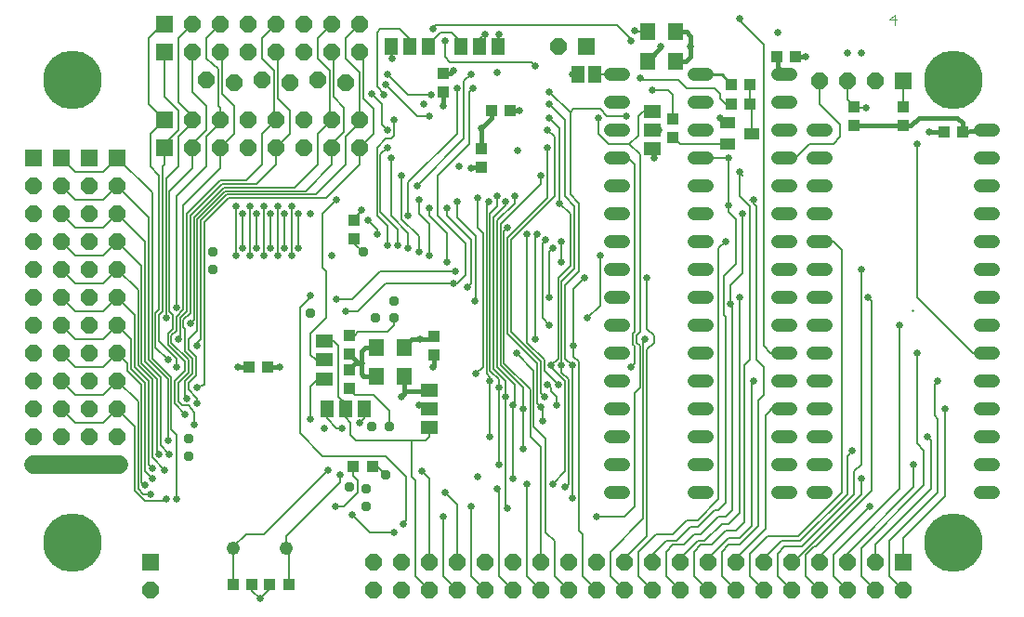
<source format=gbl>
G75*
%MOIN*%
%OFA0B0*%
%FSLAX24Y24*%
%IPPOS*%
%LPD*%
%AMOC8*
5,1,8,0,0,1.08239X$1,22.5*
%
%ADD10C,0.0030*%
%ADD11C,0.2100*%
%ADD12C,0.0480*%
%ADD13R,0.0600X0.0600*%
%ADD14OC8,0.0600*%
%ADD15R,0.0528X0.0591*%
%ADD16C,0.0480*%
%ADD17R,0.0433X0.0394*%
%ADD18OC8,0.0337*%
%ADD19R,0.0591X0.0512*%
%ADD20R,0.0394X0.0433*%
%ADD21R,0.0551X0.0394*%
%ADD22R,0.0512X0.0591*%
%ADD23R,0.0460X0.0630*%
%ADD24C,0.0258*%
%ADD25C,0.0160*%
%ADD26C,0.0050*%
%ADD27C,0.0660*%
%ADD28C,0.0100*%
D10*
X032200Y022140D02*
X032200Y022510D01*
X032015Y022325D01*
X032262Y022325D01*
D11*
X034303Y020178D03*
X034303Y003572D03*
X002697Y003572D03*
X002697Y020178D03*
D12*
X022010Y020375D02*
X022490Y020375D01*
X022010Y020375D01*
X022010Y019375D02*
X022490Y019375D01*
X022010Y019375D01*
X022010Y018375D02*
X022490Y018375D01*
X022010Y018375D01*
X022010Y017375D02*
X022490Y017375D01*
X022010Y017375D01*
X022010Y016375D02*
X022490Y016375D01*
X022010Y016375D01*
X022010Y015375D02*
X022490Y015375D01*
X022010Y015375D01*
X022010Y014375D02*
X022490Y014375D01*
X022010Y014375D01*
X022010Y013375D02*
X022490Y013375D01*
X022010Y013375D01*
X022010Y012375D02*
X022490Y012375D01*
X022010Y012375D01*
X022010Y011375D02*
X022490Y011375D01*
X022010Y011375D01*
X022010Y010375D02*
X022490Y010375D01*
X022010Y010375D01*
X022010Y009375D02*
X022490Y009375D01*
X022010Y009375D01*
X022010Y008375D02*
X022490Y008375D01*
X022010Y008375D01*
X022010Y007375D02*
X022490Y007375D01*
X022010Y007375D01*
X022010Y006375D02*
X022490Y006375D01*
X022010Y006375D01*
X022010Y005375D02*
X022490Y005375D01*
X022010Y005375D01*
X025010Y005375D02*
X025490Y005375D01*
X025490Y006375D02*
X025010Y006375D01*
X025010Y007375D02*
X025490Y007375D01*
X025490Y008375D02*
X025010Y008375D01*
X025010Y009375D02*
X025490Y009375D01*
X025490Y010375D02*
X025010Y010375D01*
X025010Y011375D02*
X025490Y011375D01*
X025490Y012375D02*
X025010Y012375D01*
X025010Y013375D02*
X025490Y013375D01*
X025490Y014375D02*
X025010Y014375D01*
X025010Y015375D02*
X025490Y015375D01*
X025490Y016375D02*
X025010Y016375D01*
X025010Y017375D02*
X025490Y017375D01*
X025490Y018375D02*
X025010Y018375D01*
X025010Y019375D02*
X025490Y019375D01*
X025490Y020375D02*
X025010Y020375D01*
X028010Y020375D02*
X028490Y020375D01*
X028490Y019375D02*
X028010Y019375D01*
X028010Y018375D02*
X028490Y018375D01*
X029260Y018375D02*
X029740Y018375D01*
X029740Y017375D02*
X029260Y017375D01*
X028490Y017375D02*
X028010Y017375D01*
X028010Y016375D02*
X028490Y016375D01*
X029260Y016375D02*
X029740Y016375D01*
X029740Y015375D02*
X029260Y015375D01*
X028490Y015375D02*
X028010Y015375D01*
X028010Y014375D02*
X028490Y014375D01*
X029260Y014375D02*
X029740Y014375D01*
X029740Y013375D02*
X029260Y013375D01*
X028490Y013375D02*
X028010Y013375D01*
X028010Y012375D02*
X028490Y012375D01*
X029260Y012375D02*
X029740Y012375D01*
X029740Y011375D02*
X029260Y011375D01*
X028490Y011375D02*
X028010Y011375D01*
X028010Y010375D02*
X028490Y010375D01*
X029260Y010375D02*
X029740Y010375D01*
X029740Y009375D02*
X029260Y009375D01*
X028490Y009375D02*
X028010Y009375D01*
X028010Y008375D02*
X028490Y008375D01*
X029260Y008375D02*
X029740Y008375D01*
X029740Y007375D02*
X029260Y007375D01*
X028490Y007375D02*
X028010Y007375D01*
X028010Y006375D02*
X028490Y006375D01*
X029260Y006375D02*
X029740Y006375D01*
X029740Y005375D02*
X029260Y005375D01*
X028490Y005375D02*
X028010Y005375D01*
X035260Y005375D02*
X035740Y005375D01*
X035740Y006375D02*
X035260Y006375D01*
X035260Y007375D02*
X035740Y007375D01*
X035740Y008375D02*
X035260Y008375D01*
X035260Y009375D02*
X035740Y009375D01*
X035740Y010375D02*
X035260Y010375D01*
X035260Y011375D02*
X035740Y011375D01*
X035740Y012375D02*
X035260Y012375D01*
X035260Y013375D02*
X035740Y013375D01*
X035740Y014375D02*
X035260Y014375D01*
X035260Y015375D02*
X035740Y015375D01*
X035740Y016375D02*
X035260Y016375D01*
X035260Y017375D02*
X035740Y017375D01*
X035740Y018375D02*
X035260Y018375D01*
D13*
X032500Y020125D03*
X021125Y021375D03*
X006000Y021188D03*
X006000Y022188D03*
X006000Y018750D03*
X006000Y017750D03*
X004313Y017375D03*
X003313Y017375D03*
X002313Y017375D03*
X001313Y017375D03*
X005500Y002875D03*
X032500Y002875D03*
D14*
X005500Y001875D03*
X004313Y006375D03*
X003313Y006375D03*
X002313Y006375D03*
X001313Y006375D03*
X001313Y007375D03*
X002313Y007375D03*
X003313Y007375D03*
X004313Y007375D03*
X004313Y008375D03*
X003313Y008375D03*
X002313Y008375D03*
X001313Y008375D03*
X001313Y009375D03*
X002313Y009375D03*
X003313Y009375D03*
X004313Y009375D03*
X004313Y010375D03*
X003313Y010375D03*
X002313Y010375D03*
X001313Y010375D03*
X001313Y011375D03*
X002313Y011375D03*
X003313Y011375D03*
X004313Y011375D03*
X004313Y012375D03*
X003313Y012375D03*
X002313Y012375D03*
X001313Y012375D03*
X001313Y013375D03*
X002313Y013375D03*
X003313Y013375D03*
X004313Y013375D03*
X004313Y014375D03*
X003313Y014375D03*
X002313Y014375D03*
X001313Y014375D03*
X001313Y015375D03*
X002313Y015375D03*
X003313Y015375D03*
X004313Y015375D03*
X004313Y016375D03*
X003313Y016375D03*
X002313Y016375D03*
X001313Y016375D03*
X007000Y017750D03*
X008000Y017750D03*
X009000Y017750D03*
X010000Y017750D03*
X011000Y017750D03*
X012000Y017750D03*
X013000Y017750D03*
X013000Y018750D03*
X012000Y018750D03*
X011000Y018750D03*
X010000Y018750D03*
X009000Y018750D03*
X008000Y018750D03*
X007000Y018750D03*
X007500Y020188D03*
X008500Y020063D03*
X009500Y020188D03*
X010500Y020063D03*
X011500Y020188D03*
X012500Y020063D03*
X012000Y021188D03*
X011000Y021188D03*
X010000Y021188D03*
X009000Y021188D03*
X008000Y021188D03*
X007000Y021188D03*
X007000Y022188D03*
X008000Y022188D03*
X009000Y022188D03*
X010000Y022188D03*
X011000Y022188D03*
X012000Y022188D03*
X013000Y022188D03*
X013000Y021188D03*
X020125Y021375D03*
X029500Y020125D03*
X030500Y020125D03*
X031500Y020125D03*
X031500Y002875D03*
X030500Y002875D03*
X029500Y002875D03*
X028500Y002875D03*
X027500Y002875D03*
X026500Y002875D03*
X025500Y002875D03*
X024500Y002875D03*
X023500Y002875D03*
X022500Y002875D03*
X021500Y002875D03*
X020500Y002875D03*
X019500Y002875D03*
X018500Y002875D03*
X017500Y002875D03*
X016500Y002875D03*
X015500Y002875D03*
X014500Y002875D03*
X013500Y002875D03*
X013500Y001875D03*
X014500Y001875D03*
X015500Y001875D03*
X016500Y001875D03*
X017500Y001875D03*
X018500Y001875D03*
X019500Y001875D03*
X020500Y001875D03*
X021500Y001875D03*
X022500Y001875D03*
X023500Y001875D03*
X024500Y001875D03*
X025500Y001875D03*
X026500Y001875D03*
X027500Y001875D03*
X028500Y001875D03*
X029500Y001875D03*
X030500Y001875D03*
X031500Y001875D03*
X032500Y001875D03*
D15*
X014603Y009546D03*
X013603Y009546D03*
X013603Y010589D03*
X014603Y010589D03*
X023334Y020848D03*
X024334Y020848D03*
X024334Y021892D03*
X023334Y021892D03*
D16*
X010388Y003375D03*
X008488Y003375D03*
D17*
X008478Y002063D03*
X009147Y002063D03*
X009790Y002063D03*
X010460Y002063D03*
X012625Y009103D03*
X012625Y009772D03*
X012625Y010353D03*
X012625Y011022D03*
X009710Y009875D03*
X009040Y009875D03*
X012813Y014478D03*
X012813Y015147D03*
X017728Y019063D03*
X018397Y019063D03*
X024250Y018772D03*
X024250Y018103D03*
X026353Y019313D03*
X027022Y019313D03*
X027978Y021000D03*
X028647Y021000D03*
X030750Y019210D03*
X030750Y018540D03*
X032500Y018540D03*
X032500Y019210D03*
X033978Y018313D03*
X034647Y018313D03*
D18*
X014250Y012250D03*
X014250Y011625D03*
X013563Y011625D03*
X011250Y011813D03*
X013125Y014000D03*
X007750Y014000D03*
X007750Y013375D03*
X013438Y007750D03*
X014063Y007750D03*
X013938Y006000D03*
X013250Y005500D03*
X012625Y005563D03*
X013250Y004875D03*
X006875Y006688D03*
X006875Y007313D03*
D19*
X011750Y009456D03*
X011750Y010125D03*
X011750Y010794D03*
X015500Y009044D03*
X015500Y008375D03*
X015500Y007706D03*
X023500Y017706D03*
X023500Y018375D03*
X023500Y019044D03*
D20*
X026353Y020000D03*
X027022Y020000D03*
X017375Y017710D03*
X017375Y017040D03*
X016000Y019728D03*
X016000Y020397D03*
X015688Y010960D03*
X015688Y010290D03*
X013460Y006313D03*
X012790Y006313D03*
D21*
X026192Y017876D03*
X027058Y018250D03*
X026192Y018624D03*
D22*
X017982Y021375D03*
X017313Y021375D03*
X016643Y021375D03*
X015482Y021375D03*
X014813Y021375D03*
X014143Y021375D03*
X013169Y008375D03*
X012500Y008375D03*
X011831Y008375D03*
D23*
X020825Y020375D03*
X021425Y020375D03*
D24*
X020625Y020375D03*
X019813Y019750D03*
X019813Y019313D03*
X019813Y018813D03*
X019750Y018375D03*
X019750Y017750D03*
X018688Y017625D03*
X019500Y016750D03*
X018563Y016000D03*
X018250Y015813D03*
X017938Y016000D03*
X017625Y015813D03*
X017250Y015938D03*
X016500Y015813D03*
X016125Y015563D03*
X015500Y015563D03*
X015125Y015875D03*
X015063Y016375D03*
X014500Y016750D03*
X014125Y017375D03*
X014000Y017750D03*
X014000Y018375D03*
X014250Y018750D03*
X015313Y019313D03*
X015563Y019625D03*
X016000Y019250D03*
X015500Y018875D03*
X016500Y019875D03*
X017063Y019875D03*
X017000Y020375D03*
X016375Y020500D03*
X016063Y021563D03*
X015625Y022000D03*
X014188Y020938D03*
X014000Y020375D03*
X013938Y020000D03*
X013875Y019625D03*
X013438Y019688D03*
X017375Y018438D03*
X018750Y019063D03*
X017938Y020438D03*
X019313Y020688D03*
X018000Y021813D03*
X017500Y021813D03*
X021563Y018813D03*
X022563Y018875D03*
X023750Y018375D03*
X023563Y017375D03*
X026250Y017375D03*
X026625Y016875D03*
X027125Y015875D03*
X026750Y015375D03*
X026250Y015688D03*
X026125Y014375D03*
X023313Y013063D03*
X021625Y013875D03*
X021063Y013063D03*
X020250Y013625D03*
X019938Y014125D03*
X020250Y014375D03*
X019688Y014438D03*
X019375Y014625D03*
X019000Y014625D03*
X018313Y014875D03*
X020188Y015750D03*
X017000Y017000D03*
X016563Y017063D03*
X014750Y015313D03*
X013625Y014625D03*
X014000Y014250D03*
X014375Y014250D03*
X014750Y014125D03*
X015125Y014000D03*
X015500Y013875D03*
X016125Y013625D03*
X016438Y013313D03*
X016375Y012875D03*
X016875Y012750D03*
X017125Y012250D03*
X015188Y010875D03*
X015625Y009875D03*
X017188Y009625D03*
X017688Y009375D03*
X018000Y009125D03*
X018250Y008813D03*
X018500Y008500D03*
X018875Y008375D03*
X019500Y008438D03*
X019625Y008813D03*
X019750Y009250D03*
X020125Y009250D03*
X020250Y009938D03*
X019875Y009938D03*
X020625Y009938D03*
X020688Y010625D03*
X019813Y011375D03*
X019313Y010875D03*
X018625Y010375D03*
X021188Y011625D03*
X019813Y012375D03*
X023250Y010875D03*
X022750Y009875D03*
X020063Y008500D03*
X019563Y007938D03*
X018875Y006938D03*
X018000Y006375D03*
X018500Y005875D03*
X019000Y005688D03*
X019938Y005688D03*
X020375Y005563D03*
X020625Y005188D03*
X021500Y004500D03*
X018313Y004813D03*
X017938Y005500D03*
X017250Y005938D03*
X016063Y005375D03*
X017000Y004875D03*
X016000Y004500D03*
X014563Y004250D03*
X014250Y003938D03*
X012750Y004563D03*
X012125Y004875D03*
X012313Y006000D03*
X011875Y006188D03*
X011750Y007688D03*
X011250Y008000D03*
X012375Y007688D03*
X013000Y007875D03*
X014500Y008813D03*
X015125Y008500D03*
X013063Y010000D03*
X012500Y011875D03*
X012188Y012313D03*
X011250Y012438D03*
X010563Y013875D03*
X010813Y014125D03*
X010313Y014125D03*
X010063Y013875D03*
X009813Y014125D03*
X009563Y013875D03*
X009313Y014125D03*
X009063Y013875D03*
X008813Y014125D03*
X008563Y013875D03*
X008813Y015375D03*
X009063Y015625D03*
X009313Y015375D03*
X009563Y015625D03*
X009813Y015375D03*
X010063Y015625D03*
X010313Y015375D03*
X010563Y015625D03*
X010813Y015375D03*
X011250Y015375D03*
X012188Y015875D03*
X013063Y015500D03*
X013313Y015125D03*
X012000Y013875D03*
X008563Y015625D03*
X006438Y012000D03*
X006063Y011625D03*
X006938Y011438D03*
X006500Y010875D03*
X007188Y010625D03*
X006438Y009875D03*
X006125Y010125D03*
X007188Y009125D03*
X006813Y008750D03*
X007188Y008563D03*
X006750Y008188D03*
X007063Y007813D03*
X006125Y007250D03*
X006188Y006750D03*
X005813Y006750D03*
X005563Y006250D03*
X005563Y005875D03*
X005313Y005625D03*
X005500Y005313D03*
X006063Y005125D03*
X006438Y005125D03*
X006000Y006188D03*
X008625Y009875D03*
X010125Y009875D03*
X015250Y006125D03*
X017688Y007375D03*
X026313Y012125D03*
X026625Y012375D03*
X031000Y013375D03*
X031250Y012375D03*
X032375Y011375D03*
X033000Y010375D03*
X033750Y009375D03*
X034000Y008375D03*
X033375Y007375D03*
X032875Y006375D03*
X031000Y005875D03*
X030688Y006875D03*
X031313Y004875D03*
X027125Y009375D03*
X033000Y017875D03*
X033438Y018313D03*
X031188Y019188D03*
X031000Y021125D03*
X030500Y021125D03*
X029000Y021000D03*
X028000Y021875D03*
X026625Y022375D03*
X024875Y021375D03*
X023813Y021375D03*
X022750Y021563D03*
X022875Y021938D03*
X023063Y020250D03*
X023500Y019813D03*
X025938Y018813D03*
X009438Y001563D03*
D25*
X015500Y008375D02*
X015375Y008500D01*
X015125Y008500D01*
X014603Y008916D02*
X014603Y009019D01*
X014603Y009546D01*
X014603Y009019D02*
X015474Y009019D01*
X014603Y008916D02*
X014500Y008813D01*
X013603Y009546D02*
X013142Y009546D01*
X013063Y009625D01*
X013063Y010000D01*
X012853Y010000D01*
X012625Y009772D01*
X012978Y010000D02*
X013063Y010000D01*
X013063Y010438D01*
X013214Y010589D01*
X013603Y010589D01*
X012978Y010000D02*
X012625Y010353D01*
X014603Y010589D02*
X014889Y010875D01*
X015188Y010875D01*
X015603Y010875D01*
X015688Y010960D01*
X015688Y010290D02*
X015688Y009938D01*
X015625Y009875D01*
X010125Y009875D02*
X009710Y009875D01*
X009040Y009875D02*
X008625Y009875D01*
X017000Y017000D02*
X017000Y017040D01*
X017375Y017040D01*
X017375Y017710D02*
X017375Y018438D01*
X017728Y018790D01*
X017728Y019063D01*
X018397Y019063D02*
X018750Y019063D01*
X016375Y020500D02*
X016272Y020397D01*
X016000Y020397D01*
X016000Y019728D02*
X016000Y019250D01*
X023334Y020848D02*
X023813Y021327D01*
X023813Y021375D01*
X024334Y020848D02*
X024723Y020848D01*
X024875Y021000D01*
X024875Y021375D01*
X024875Y021750D01*
X024733Y021892D01*
X024334Y021892D01*
X024875Y021563D02*
X024875Y021375D01*
X024875Y021188D01*
X028000Y021000D02*
X028000Y020625D01*
X028250Y020375D01*
X028647Y021000D02*
X029000Y021000D01*
X030750Y018540D02*
X032500Y018540D01*
X032790Y018540D01*
X033063Y018813D01*
X034438Y018813D01*
X034625Y018625D01*
X034625Y018397D01*
X034647Y018313D01*
X035500Y018375D01*
X033978Y018313D02*
X033438Y018313D01*
D26*
X033000Y017875D02*
X033000Y012375D01*
X035000Y010375D01*
X035500Y010375D01*
X033750Y009375D02*
X033625Y009250D01*
X033625Y008125D01*
X033750Y008000D01*
X033750Y005375D01*
X032000Y003625D01*
X032000Y002375D01*
X032500Y001875D01*
X031500Y001875D02*
X031000Y002375D01*
X031000Y003375D01*
X033250Y005625D01*
X033250Y006875D01*
X033000Y007125D01*
X033000Y010375D01*
X032375Y011375D02*
X032375Y005500D01*
X030000Y003125D01*
X030000Y002375D01*
X030500Y001875D01*
X029500Y001875D02*
X029000Y002375D01*
X029000Y003125D01*
X029313Y003438D01*
X029375Y003438D01*
X031375Y005438D01*
X031375Y012250D01*
X031250Y012375D01*
X031000Y013375D02*
X031000Y006375D01*
X030750Y006125D01*
X030750Y005313D01*
X028875Y003438D01*
X028250Y003438D01*
X028000Y003188D01*
X028000Y002375D01*
X028500Y001875D01*
X027500Y001875D02*
X027000Y002375D01*
X027000Y003188D01*
X027625Y003813D01*
X028750Y003813D01*
X030313Y005375D01*
X030313Y014063D01*
X030000Y014375D01*
X029500Y014375D01*
X027250Y015625D02*
X027125Y015750D01*
X027125Y015875D01*
X027000Y015875D01*
X027000Y015625D02*
X026625Y016000D01*
X026625Y016875D01*
X026750Y016750D01*
X026250Y017375D02*
X026250Y015688D01*
X026250Y015438D01*
X026500Y015188D01*
X026500Y013563D01*
X026063Y013125D01*
X026063Y011750D01*
X026125Y011688D01*
X026125Y005000D01*
X025875Y004750D01*
X025750Y004750D01*
X025125Y004125D01*
X024875Y004125D01*
X024375Y003625D01*
X024000Y003625D01*
X023500Y003125D01*
X023500Y002875D01*
X024000Y003250D02*
X024250Y003500D01*
X024625Y003500D01*
X025000Y003875D01*
X025250Y003875D01*
X025875Y004500D01*
X026125Y004500D01*
X026375Y004750D01*
X026375Y012063D01*
X026313Y012125D01*
X026313Y012813D01*
X026750Y013250D01*
X026750Y015375D01*
X027000Y015625D02*
X027000Y010125D01*
X026813Y009938D01*
X026813Y004313D01*
X026500Y004000D01*
X026125Y004000D01*
X025625Y003500D01*
X025250Y003500D01*
X025000Y003250D01*
X025000Y002375D01*
X025500Y001875D01*
X026000Y002375D02*
X026000Y003250D01*
X026250Y003500D01*
X026625Y003500D01*
X027313Y004188D01*
X027313Y008688D01*
X027500Y008875D01*
X027500Y009875D01*
X027250Y010125D01*
X027250Y015625D01*
X026125Y014375D02*
X025875Y014125D01*
X025875Y005125D01*
X025125Y004375D01*
X024750Y004375D01*
X024250Y003875D01*
X023625Y003875D01*
X023000Y003250D01*
X023000Y002375D01*
X023500Y001875D01*
X024000Y002375D02*
X024500Y001875D01*
X024000Y002375D02*
X024000Y003250D01*
X024500Y003000D02*
X025125Y003625D01*
X025375Y003625D01*
X026000Y004250D01*
X026250Y004250D01*
X026625Y004625D01*
X026625Y012375D01*
X027500Y010625D02*
X027500Y021438D01*
X026625Y022313D01*
X026625Y022375D01*
X023334Y021892D02*
X022921Y021892D01*
X022875Y021938D01*
X022750Y021625D02*
X022250Y022125D01*
X015750Y022125D01*
X015625Y022000D01*
X015919Y021875D02*
X015482Y021438D01*
X015482Y021375D01*
X016063Y021563D02*
X016063Y021000D01*
X016250Y020813D01*
X019188Y020813D01*
X019313Y020688D01*
X020625Y020375D02*
X020825Y020375D01*
X021425Y020375D02*
X022250Y020375D01*
X023063Y020250D02*
X023125Y020188D01*
X024438Y020188D01*
X024750Y019875D01*
X025750Y019875D01*
X025938Y019688D01*
X025938Y019500D01*
X026125Y019313D01*
X026353Y019313D01*
X025938Y018813D02*
X026126Y018624D01*
X026192Y018624D01*
X027058Y018250D02*
X027058Y019277D01*
X027022Y019313D01*
X027022Y020000D01*
X029500Y020125D02*
X029500Y019313D01*
X030250Y018563D01*
X030250Y018125D01*
X030000Y017875D01*
X029125Y017875D01*
X028625Y017375D01*
X028250Y017375D01*
X026378Y017875D02*
X026192Y017876D01*
X026378Y017875D02*
X024500Y017875D01*
X024272Y018103D01*
X024250Y018103D01*
X023750Y018375D02*
X023500Y018375D01*
X023000Y018188D02*
X022688Y017875D01*
X021938Y017875D01*
X021563Y018250D01*
X021563Y018813D01*
X021875Y018875D02*
X021625Y019125D01*
X020688Y019125D01*
X020563Y019000D01*
X019813Y019750D01*
X019813Y019313D02*
X020375Y018750D01*
X020375Y016000D01*
X020719Y015656D01*
X020719Y013406D01*
X020250Y012938D01*
X020250Y009938D01*
X020250Y009688D01*
X020500Y009438D01*
X020500Y005688D01*
X020375Y005563D01*
X020625Y005188D02*
X020625Y009938D01*
X020375Y010188D01*
X020375Y012813D01*
X020875Y013313D01*
X020875Y015750D01*
X020563Y016063D01*
X020563Y019000D01*
X020188Y018438D02*
X019813Y018813D01*
X019750Y018375D02*
X020000Y018125D01*
X020000Y016000D01*
X018438Y014438D01*
X018438Y011125D01*
X019500Y010063D01*
X019500Y008938D01*
X019625Y008813D01*
X019875Y009000D02*
X020063Y008813D01*
X020063Y008500D01*
X019563Y008375D02*
X019500Y008438D01*
X019375Y008563D01*
X019375Y010000D01*
X018313Y011063D01*
X018313Y014500D01*
X019750Y015938D01*
X019750Y017750D01*
X020188Y018438D02*
X020188Y015750D01*
X020563Y015375D01*
X020563Y013500D01*
X020125Y013063D01*
X020125Y010188D01*
X019875Y009938D01*
X019875Y009875D01*
X020375Y009375D01*
X020375Y006125D01*
X019938Y005688D01*
X019000Y005688D02*
X019000Y002375D01*
X019500Y001875D01*
X020000Y002375D02*
X020000Y003625D01*
X019688Y003938D01*
X019688Y007313D01*
X019250Y007750D01*
X019250Y009750D01*
X018625Y010375D01*
X019000Y010750D02*
X019000Y014625D01*
X019313Y014563D02*
X019375Y014625D01*
X019313Y014563D02*
X019313Y010875D01*
X019000Y010750D02*
X019625Y010125D01*
X019625Y009750D01*
X020125Y009250D01*
X019875Y009125D02*
X019875Y009000D01*
X019875Y009125D02*
X019750Y009250D01*
X019125Y009063D02*
X018188Y010000D01*
X018188Y014750D01*
X018313Y014875D01*
X018063Y015000D02*
X018063Y009938D01*
X018875Y009125D01*
X018875Y008375D01*
X018875Y006938D01*
X019125Y007375D02*
X019125Y009063D01*
X018563Y009250D02*
X018563Y008563D01*
X018500Y008500D01*
X018500Y005875D01*
X018000Y005438D02*
X017938Y005500D01*
X018000Y005438D02*
X018000Y002375D01*
X018500Y001875D01*
X017500Y001875D02*
X017000Y002375D01*
X017000Y004875D01*
X016500Y004938D02*
X016063Y005375D01*
X016500Y004938D02*
X016500Y002875D01*
X016000Y002375D02*
X016500Y001875D01*
X016000Y002375D02*
X016000Y004500D01*
X014688Y004375D02*
X014563Y004250D01*
X014688Y004375D02*
X014688Y005938D01*
X013938Y006688D01*
X011688Y006688D01*
X010875Y007500D01*
X010875Y012000D01*
X011250Y012375D01*
X011250Y012438D01*
X012188Y012313D02*
X012750Y012313D01*
X013750Y013313D01*
X016438Y013313D01*
X016813Y013188D02*
X016813Y014313D01*
X015813Y015313D01*
X015813Y016750D01*
X016938Y017875D01*
X016938Y019750D01*
X017063Y019875D01*
X016750Y020125D02*
X016750Y018063D01*
X015063Y016375D01*
X014750Y016500D02*
X014750Y015313D01*
X014500Y015188D02*
X015125Y014563D01*
X015125Y014000D01*
X014750Y014125D02*
X014750Y014688D01*
X014125Y015313D01*
X014125Y017375D01*
X013750Y017500D02*
X013750Y015438D01*
X014375Y014813D01*
X014375Y014250D01*
X014000Y014250D02*
X014000Y014938D01*
X013625Y015313D01*
X013625Y017750D01*
X013938Y018063D01*
X014125Y018063D01*
X014250Y018188D01*
X014250Y018750D01*
X014000Y018375D02*
X013813Y018563D01*
X013813Y019313D01*
X013438Y019688D01*
X013625Y019938D02*
X013625Y021875D01*
X013750Y022000D01*
X014438Y022000D01*
X014813Y021625D01*
X014813Y021375D01*
X014143Y021375D02*
X014143Y020982D01*
X014188Y020938D01*
X014000Y020375D02*
X014750Y019625D01*
X015563Y019625D01*
X015500Y018875D02*
X015063Y018875D01*
X013938Y020000D01*
X013875Y019688D02*
X013625Y019938D01*
X013875Y019688D02*
X013875Y019625D01*
X013500Y019125D02*
X013125Y019500D01*
X013125Y021063D01*
X013000Y021188D01*
X012500Y020938D02*
X012500Y021688D01*
X013000Y022188D01*
X012000Y022188D02*
X011500Y021688D01*
X011500Y020938D01*
X011938Y020500D01*
X011938Y018813D01*
X012000Y018750D01*
X011500Y018250D01*
X011500Y017125D01*
X010688Y016313D01*
X008125Y016313D01*
X007063Y015250D01*
X007063Y011563D01*
X006938Y011438D01*
X006750Y011250D02*
X006688Y011313D01*
X006688Y011563D01*
X006938Y011813D01*
X006938Y015313D01*
X008063Y016438D01*
X009313Y016438D01*
X010000Y017125D01*
X010000Y017750D01*
X010500Y018250D01*
X010500Y019063D01*
X010063Y019500D01*
X010063Y021125D01*
X010000Y021188D01*
X009500Y020938D02*
X009500Y021688D01*
X010000Y022188D01*
X009500Y020938D02*
X009938Y020500D01*
X009938Y018813D01*
X010000Y018750D01*
X009500Y018250D01*
X009500Y017125D01*
X008938Y016563D01*
X008000Y016563D01*
X006813Y015375D01*
X006813Y011875D01*
X006563Y011625D01*
X006563Y010938D01*
X006500Y010875D01*
X006250Y010750D02*
X006875Y010125D01*
X006875Y009688D01*
X006500Y009313D01*
X006500Y008625D01*
X006625Y008500D01*
X006875Y008500D01*
X007063Y008250D01*
X007063Y007813D01*
X006750Y008188D02*
X006375Y008563D01*
X006375Y009375D01*
X006750Y009750D01*
X006750Y010063D01*
X006125Y010688D01*
X006125Y011063D01*
X006313Y011250D01*
X006313Y011750D01*
X006188Y011875D01*
X006188Y016188D01*
X007000Y017000D01*
X007000Y017750D01*
X007000Y017875D01*
X007500Y018375D01*
X007500Y019250D01*
X007000Y019750D01*
X007000Y021188D01*
X007500Y020938D02*
X007500Y021688D01*
X008000Y022188D01*
X007000Y022188D02*
X006500Y021688D01*
X006500Y019375D01*
X007000Y018875D01*
X007000Y018750D01*
X007000Y018625D01*
X006500Y018125D01*
X006500Y017063D01*
X006063Y016625D01*
X006063Y011625D01*
X005938Y011875D02*
X005938Y017063D01*
X006000Y017125D01*
X006000Y017750D01*
X006000Y017875D01*
X006500Y018375D01*
X006500Y019063D01*
X006000Y019563D01*
X006000Y021188D01*
X005438Y021688D02*
X005938Y022188D01*
X006000Y022188D01*
X005438Y021688D02*
X005438Y019313D01*
X006000Y018750D01*
X005500Y018250D01*
X005500Y017063D01*
X005813Y016750D01*
X005813Y011938D01*
X005688Y011813D01*
X005688Y010563D01*
X006125Y010125D01*
X006438Y010188D02*
X006438Y009875D01*
X006438Y010188D02*
X005813Y010813D01*
X005813Y011750D01*
X005938Y011875D01*
X006438Y012000D02*
X006438Y016000D01*
X007500Y017063D01*
X007500Y018125D01*
X008000Y018625D01*
X008000Y018750D01*
X008000Y019188D01*
X007938Y019250D01*
X007938Y020563D01*
X007500Y020938D01*
X008000Y021188D02*
X008063Y021125D01*
X008063Y019688D01*
X008500Y019250D01*
X008500Y018250D01*
X008000Y017750D01*
X008000Y017000D01*
X006688Y015688D01*
X006688Y011938D01*
X006438Y011688D01*
X006438Y011188D01*
X006250Y011000D01*
X006250Y010750D01*
X006750Y010438D02*
X007000Y010188D01*
X007000Y009625D01*
X006750Y009375D01*
X006750Y008813D01*
X006813Y008750D01*
X006875Y009063D02*
X006875Y009313D01*
X007125Y009563D01*
X007125Y010250D01*
X006875Y010500D01*
X006875Y010875D01*
X007188Y011188D01*
X007188Y015188D01*
X008188Y016188D01*
X011063Y016188D01*
X012000Y017125D01*
X012000Y017750D01*
X012000Y017875D01*
X012438Y018313D01*
X012438Y019188D01*
X012063Y019563D01*
X012063Y021125D01*
X012000Y021188D01*
X012500Y020938D02*
X013000Y020438D01*
X013000Y018750D01*
X013000Y018625D01*
X012500Y018125D01*
X012500Y017125D01*
X011438Y016063D01*
X008250Y016063D01*
X007313Y015125D01*
X007313Y010875D01*
X007188Y010750D01*
X007188Y010625D01*
X006750Y010438D02*
X006750Y011250D01*
X005563Y010188D02*
X005563Y016125D01*
X004313Y017375D01*
X003813Y016875D01*
X002813Y016875D01*
X002313Y017375D01*
X002313Y016375D02*
X002813Y015875D01*
X003813Y015875D01*
X004313Y016375D01*
X005438Y015250D01*
X005438Y010125D01*
X006125Y009438D01*
X006125Y007250D01*
X005875Y007063D02*
X005875Y009500D01*
X005313Y010063D01*
X005313Y014375D01*
X004313Y015375D01*
X003813Y014875D01*
X002813Y014875D01*
X002313Y015375D01*
X002313Y014375D02*
X002813Y013875D01*
X003813Y013875D01*
X004313Y014375D01*
X005188Y013500D01*
X005188Y010000D01*
X005750Y009438D01*
X005750Y006813D01*
X005813Y006750D01*
X005563Y006625D02*
X005563Y009438D01*
X005063Y009938D01*
X005063Y012625D01*
X004313Y013375D01*
X003813Y012875D01*
X002813Y012875D01*
X002313Y013375D01*
X002313Y012375D02*
X002813Y011875D01*
X003813Y011875D01*
X004313Y012375D01*
X004938Y011750D01*
X004938Y009875D01*
X005438Y009375D01*
X005438Y006375D01*
X005563Y006250D01*
X005313Y006125D02*
X005313Y009313D01*
X004813Y009813D01*
X004813Y010875D01*
X004313Y011375D01*
X003813Y010875D01*
X002813Y010875D01*
X002313Y011375D01*
X002313Y010375D02*
X002813Y009875D01*
X003813Y009875D01*
X004313Y010375D01*
X004688Y010000D01*
X004688Y009750D01*
X005188Y009250D01*
X005188Y005750D01*
X005313Y005625D01*
X005063Y005500D02*
X005250Y005313D01*
X005500Y005313D01*
X005313Y005063D02*
X004938Y005438D01*
X004938Y007750D01*
X004313Y008375D01*
X003813Y007875D01*
X002813Y007875D01*
X002313Y008375D01*
X002813Y008875D02*
X003813Y008875D01*
X004313Y009375D01*
X005063Y008625D01*
X005063Y005500D01*
X005313Y005063D02*
X006000Y005063D01*
X006063Y005125D01*
X006438Y005125D02*
X006438Y007438D01*
X006250Y007625D01*
X006250Y009500D01*
X005563Y010188D01*
X006875Y009063D02*
X007188Y008750D01*
X007188Y008563D01*
X007188Y009125D02*
X007438Y009250D01*
X007438Y015063D01*
X008313Y015938D01*
X011813Y015938D01*
X013000Y017125D01*
X013000Y017750D01*
X013500Y018250D01*
X013500Y019125D01*
X015125Y018875D02*
X015500Y018875D01*
X016500Y018250D02*
X016500Y019875D01*
X016750Y020125D02*
X017000Y020375D01*
X017313Y021375D02*
X017313Y021625D01*
X017500Y021813D01*
X017982Y021794D02*
X017982Y021375D01*
X017982Y021794D02*
X018000Y021813D01*
X016643Y021544D02*
X016643Y021375D01*
X016643Y021544D02*
X016313Y021875D01*
X015919Y021875D01*
X016500Y018250D02*
X014750Y016500D01*
X014500Y016750D02*
X014500Y015188D01*
X015125Y015375D02*
X015500Y015000D01*
X015500Y013875D01*
X016125Y013625D02*
X016125Y014688D01*
X015500Y015313D01*
X015500Y015563D01*
X015125Y015375D02*
X015125Y015875D01*
X016125Y015563D02*
X016125Y015313D01*
X017000Y014438D01*
X017000Y012875D01*
X016875Y012750D01*
X016500Y012875D02*
X016375Y012875D01*
X013938Y012875D01*
X012938Y011875D01*
X012500Y011875D01*
X011813Y011625D02*
X011250Y011063D01*
X011250Y010313D01*
X011438Y010125D01*
X011750Y010125D01*
X011750Y010794D02*
X012081Y010794D01*
X012250Y010625D01*
X012250Y008813D01*
X012500Y008563D01*
X012500Y008375D01*
X012500Y008063D01*
X012688Y007875D01*
X012688Y007438D01*
X012875Y007250D01*
X014875Y007250D01*
X014875Y005938D01*
X015000Y005813D01*
X015000Y002375D01*
X015500Y001875D01*
X015500Y002875D02*
X015500Y005875D01*
X015250Y006125D01*
X015375Y007250D02*
X014875Y007250D01*
X015375Y007250D02*
X015500Y007375D01*
X015500Y007706D01*
X014063Y007750D02*
X014063Y008313D01*
X013500Y008875D01*
X012853Y008875D01*
X012625Y009103D01*
X013169Y008375D02*
X013169Y008044D01*
X013000Y007875D01*
X012375Y007688D02*
X012188Y007688D01*
X011831Y008044D01*
X011831Y008375D01*
X011250Y008000D02*
X011250Y009188D01*
X011518Y009456D01*
X011750Y009456D01*
X012625Y011022D02*
X012835Y011022D01*
X012938Y011125D01*
X014000Y011125D01*
X014250Y011375D01*
X014250Y011625D01*
X016500Y012875D02*
X016813Y013188D01*
X017188Y012313D02*
X017188Y014563D01*
X016500Y015250D01*
X016500Y015813D01*
X017250Y015938D02*
X017250Y014875D01*
X017438Y014688D01*
X017438Y009875D01*
X017188Y009625D01*
X017563Y009625D02*
X017563Y015750D01*
X017625Y015813D01*
X017938Y016000D02*
X017938Y015625D01*
X017688Y015375D01*
X017688Y009750D01*
X018000Y009438D01*
X018000Y009125D01*
X018000Y006375D01*
X017688Y007375D02*
X017688Y009375D01*
X017688Y009500D01*
X017563Y009625D01*
X017813Y009813D02*
X017813Y015250D01*
X018250Y015688D01*
X018250Y015813D01*
X018563Y015750D02*
X018563Y016000D01*
X018563Y015750D02*
X017938Y015125D01*
X017938Y009875D01*
X018563Y009250D01*
X018250Y009375D02*
X018250Y008813D01*
X018250Y004875D01*
X018313Y004813D01*
X020875Y004000D02*
X021000Y003875D01*
X021000Y002375D01*
X021500Y001875D01*
X020500Y001875D02*
X020000Y002375D01*
X019500Y002875D02*
X019500Y007000D01*
X019125Y007375D01*
X019563Y007938D02*
X019563Y008375D01*
X018250Y009375D02*
X017813Y009813D01*
X015500Y009044D02*
X015474Y009019D01*
X011813Y011625D02*
X011813Y013313D01*
X011688Y013438D01*
X011688Y015375D01*
X012188Y015875D01*
X013063Y015500D02*
X012813Y015147D01*
X013313Y015125D02*
X013625Y014813D01*
X013625Y014625D01*
X013125Y014000D02*
X012813Y014313D01*
X012813Y014478D01*
X010813Y014125D02*
X010813Y015375D01*
X010563Y015625D02*
X010563Y013875D01*
X010313Y014125D02*
X010313Y015375D01*
X010063Y015625D02*
X010063Y013875D01*
X009813Y014125D02*
X009813Y015375D01*
X009563Y015625D02*
X009563Y013875D01*
X009313Y014125D02*
X009313Y015375D01*
X009063Y015625D02*
X009063Y013875D01*
X008813Y014125D02*
X008813Y015375D01*
X008563Y015625D02*
X008563Y013875D01*
X013750Y017500D02*
X014000Y017750D01*
X018063Y015000D02*
X019500Y016438D01*
X019500Y016750D01*
X022250Y017375D02*
X022625Y017375D01*
X022875Y017125D01*
X022875Y011125D01*
X022813Y011063D01*
X022813Y010688D01*
X022875Y010625D01*
X022875Y010000D01*
X022750Y009875D01*
X023313Y010500D02*
X023313Y003813D01*
X022500Y003000D01*
X022500Y002875D01*
X022000Y003250D02*
X023188Y004438D01*
X023188Y010750D01*
X023250Y010813D01*
X023250Y010875D01*
X023063Y010625D02*
X022938Y010750D01*
X022938Y011000D01*
X023063Y011125D01*
X023063Y017500D01*
X022688Y017875D01*
X023000Y018188D02*
X023000Y018875D01*
X023169Y019044D01*
X023500Y019044D01*
X024250Y018772D02*
X024250Y019625D01*
X024063Y019813D01*
X023500Y019813D01*
X022563Y018875D02*
X021875Y018875D01*
X023500Y017706D02*
X023563Y017643D01*
X023563Y017375D01*
X025250Y017375D02*
X026250Y017375D01*
X030500Y019460D02*
X030500Y020125D01*
X030500Y019460D02*
X030750Y019210D01*
X030772Y019188D01*
X031188Y019188D01*
X032500Y019210D02*
X032500Y020125D01*
X022750Y021563D02*
X022750Y021625D01*
X020250Y014375D02*
X020250Y013625D01*
X019813Y014000D02*
X019938Y014125D01*
X019813Y014000D02*
X019813Y012375D01*
X020688Y012688D02*
X020688Y010625D01*
X020688Y010250D01*
X020875Y010063D01*
X020875Y004000D01*
X021500Y004500D02*
X022500Y004500D01*
X022875Y004875D01*
X022875Y008938D01*
X023063Y009125D01*
X023063Y010625D01*
X023313Y010500D02*
X023563Y010750D01*
X023563Y011000D01*
X023313Y011250D01*
X023313Y013063D01*
X021625Y013875D02*
X021625Y012063D01*
X021188Y011625D01*
X020688Y012688D02*
X021063Y013063D01*
X019688Y014438D02*
X019563Y014313D01*
X019563Y011625D01*
X019813Y011375D01*
X017188Y012313D02*
X017125Y012250D01*
X009040Y009875D02*
X009040Y009835D01*
X006188Y006750D02*
X005875Y007063D01*
X005563Y006625D02*
X006000Y006188D01*
X005563Y005875D02*
X005313Y006125D01*
X008488Y003425D02*
X008938Y003875D01*
X009563Y003875D01*
X011875Y006188D01*
X012313Y006000D02*
X012313Y005738D01*
X010388Y003813D01*
X010388Y003375D01*
X010460Y003303D01*
X010460Y002063D01*
X009790Y002063D02*
X009790Y001915D01*
X009438Y001563D01*
X009147Y001853D01*
X009147Y002063D01*
X008478Y002063D02*
X008478Y003365D01*
X008488Y003375D01*
X008488Y003425D01*
X012125Y004875D02*
X012438Y004875D01*
X012938Y005375D01*
X012938Y005813D01*
X012790Y005960D01*
X012790Y006313D01*
X013460Y006313D02*
X013625Y006313D01*
X013938Y006000D01*
X012750Y004563D02*
X013375Y003938D01*
X014250Y003938D01*
X022000Y003250D02*
X022000Y002375D01*
X022500Y001875D01*
X024500Y002875D02*
X024500Y003000D01*
X025500Y003000D02*
X026250Y003750D01*
X026625Y003750D01*
X027063Y004188D01*
X027063Y009313D01*
X027125Y009375D01*
X027750Y008375D02*
X027813Y008375D01*
X027563Y008125D01*
X027563Y004063D01*
X026500Y003000D01*
X026500Y002875D01*
X026000Y002375D02*
X026500Y001875D01*
X025500Y002875D02*
X025500Y003000D01*
X027500Y003000D02*
X028125Y003625D01*
X028813Y003625D01*
X030500Y005313D01*
X030500Y006688D01*
X030688Y006875D01*
X031000Y005875D02*
X031000Y005313D01*
X028563Y002875D01*
X028500Y002875D01*
X027500Y002875D02*
X027500Y003000D01*
X029500Y003063D02*
X029500Y002875D01*
X029500Y003063D02*
X031313Y004875D01*
X032875Y005563D02*
X032875Y006375D01*
X033500Y007250D02*
X033375Y007375D01*
X033500Y007250D02*
X033500Y005500D01*
X031500Y003500D01*
X031500Y002875D01*
X030500Y002875D02*
X030500Y003188D01*
X032875Y005563D01*
X034000Y005250D02*
X034000Y008375D01*
X034000Y005250D02*
X032500Y003750D01*
X032500Y002875D01*
X028500Y008375D02*
X027813Y008375D01*
X027750Y010375D02*
X027500Y010625D01*
X032835Y011915D02*
X032875Y011875D01*
X002813Y008875D02*
X002313Y009375D01*
D27*
X001313Y006375D02*
X004375Y006375D01*
D28*
X025250Y020375D02*
X026000Y020375D01*
X026353Y020022D01*
X026353Y020000D01*
X027978Y021000D02*
X028000Y021000D01*
M02*

</source>
